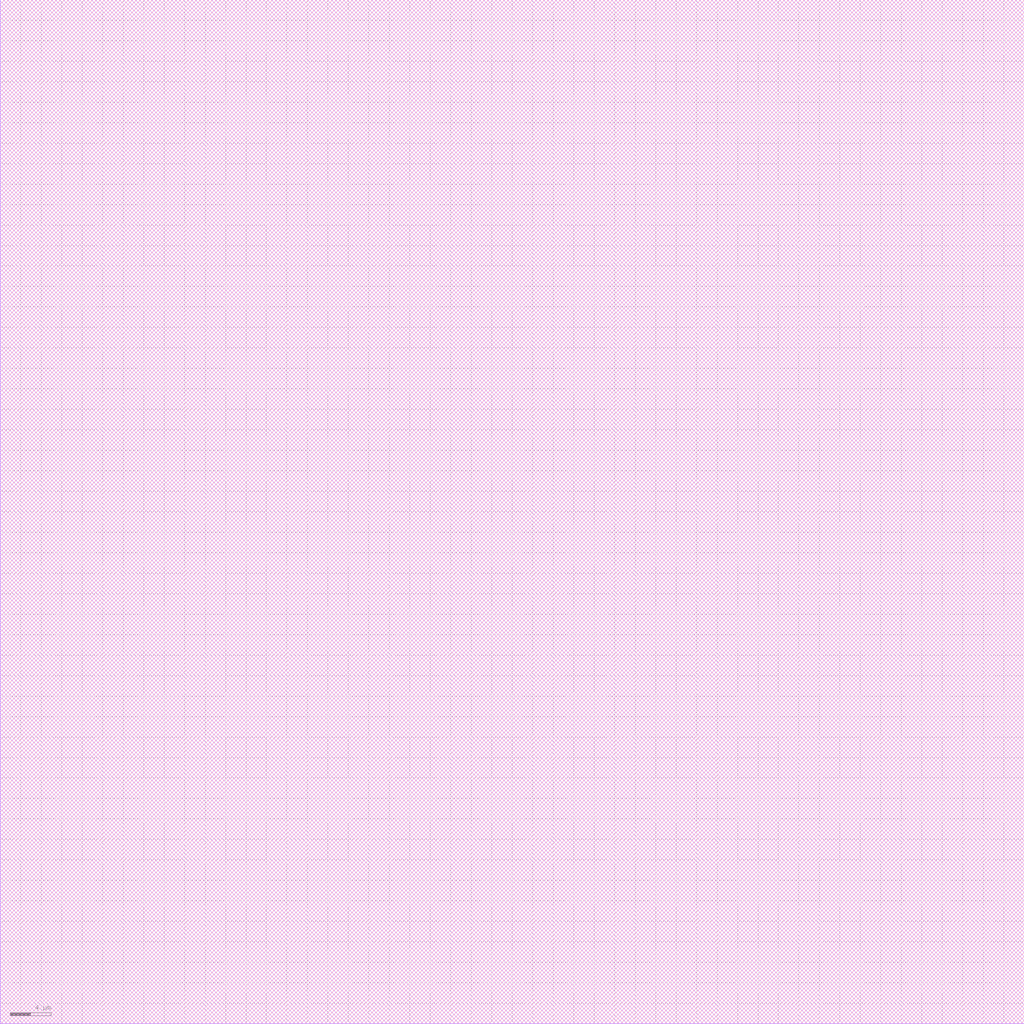
<source format=lef>
VERSION 5.7 ;
  NOWIREEXTENSIONATPIN ON ;
  DIVIDERCHAR "/" ;
  BUSBITCHARS "[]" ;
MACRO tt_logo_bottom
  CLASS BLOCK ;
  FOREIGN tt_logo_bottom ;
  ORIGIN 0.000 0.000 ;
  SIZE 100.000 BY 100.000 ;
  OBS
      LAYER met4 ;
        RECT 0.000 0.000 100.000 100.000 ;
  END
END tt_logo_bottom
END LIBRARY


</source>
